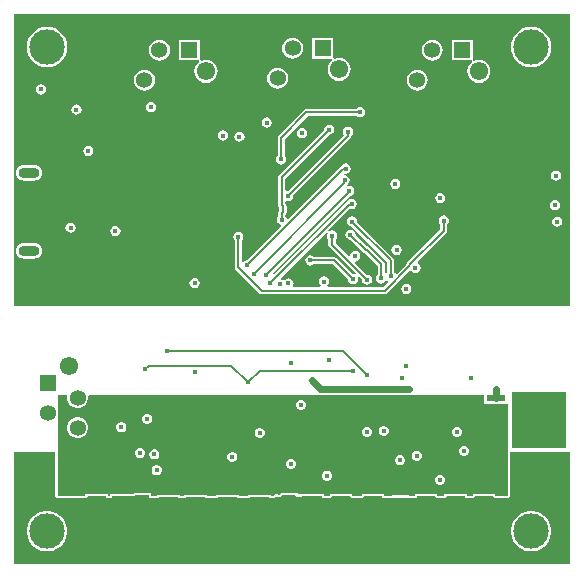
<source format=gbr>
%TF.GenerationSoftware,Altium Limited,Altium Designer,22.10.1 (41)*%
G04 Layer_Physical_Order=4*
G04 Layer_Color=16711680*
%FSLAX45Y45*%
%MOMM*%
%TF.SameCoordinates,5B9C486D-D5A6-494F-ABD5-4A95DA49E213*%
%TF.FilePolarity,Positive*%
%TF.FileFunction,Copper,L4,Bot,Signal*%
%TF.Part,Single*%
G01*
G75*
%TA.AperFunction,SMDPad,CuDef*%
%ADD14R,1.05000X0.95000*%
%TA.AperFunction,Conductor*%
%ADD33C,0.20000*%
%ADD34C,0.60000*%
%TA.AperFunction,WasherPad*%
%ADD38C,3.00000*%
%TA.AperFunction,ComponentPad*%
%ADD39O,1.80000X0.90000*%
%ADD40R,1.35800X1.35800*%
%ADD41C,1.35800*%
%ADD42C,1.55000*%
%ADD43R,1.35800X1.35800*%
%TA.AperFunction,ViaPad*%
%ADD44C,0.45000*%
%TA.AperFunction,SMDPad,CuDef*%
%ADD52R,1.50822X1.40574*%
%ADD53R,1.62000X0.60000*%
%ADD54R,4.58000X4.80000*%
G36*
X4729609Y2510000D02*
X20391D01*
Y4979609D01*
X4729609D01*
Y2510000D01*
D02*
G37*
G36*
X3998000Y1680500D02*
X4094075D01*
X4099000Y1679520D01*
X4100000D01*
X4104925Y1680500D01*
X4199999D01*
X4200000Y1667800D01*
Y900000D01*
X4095411D01*
Y917662D01*
X3904589D01*
Y900000D01*
X3855411D01*
Y917662D01*
X3664589D01*
Y900000D01*
X3605411D01*
Y917662D01*
X3414589D01*
Y900000D01*
X3362500D01*
Y905000D01*
X3217500D01*
Y900000D01*
X3155411D01*
Y917662D01*
X2964589D01*
Y900000D01*
X2885411D01*
Y917662D01*
X2694589D01*
Y900000D01*
X2645411D01*
Y917662D01*
X2454589D01*
Y917662D01*
X2441889Y911077D01*
X2438454Y912500D01*
X2422500D01*
Y925000D01*
X2277500D01*
Y918357D01*
X2264800Y909871D01*
X2258454Y912500D01*
X2241546D01*
X2225926Y906030D01*
X2219896Y900000D01*
X2195411D01*
Y907662D01*
X2004589D01*
Y900000D01*
X1925411D01*
Y907662D01*
X1734589D01*
Y900000D01*
X1655411D01*
Y907662D01*
X1464589D01*
Y900000D01*
X1425411D01*
Y907662D01*
X1234589D01*
Y900000D01*
X1182500D01*
Y925000D01*
X1037500D01*
Y919136D01*
X1025410Y917662D01*
Y917662D01*
X834589D01*
Y900000D01*
X815411D01*
Y917662D01*
X624589D01*
Y900000D01*
X390000D01*
Y1576873D01*
X393900Y1591428D01*
Y1614572D01*
X390000Y1629127D01*
Y1750000D01*
X465633D01*
X472100Y1741572D01*
Y1718428D01*
X478090Y1696072D01*
X489662Y1676028D01*
X506028Y1659663D01*
X526072Y1648090D01*
X548428Y1642100D01*
X571572D01*
X593928Y1648090D01*
X613972Y1659663D01*
X630337Y1676028D01*
X641910Y1696072D01*
X647900Y1718428D01*
Y1741572D01*
X654367Y1750000D01*
X3998000D01*
Y1680500D01*
D02*
G37*
G36*
X4729609Y320391D02*
X20391D01*
Y1270000D01*
X369608D01*
Y900000D01*
X371160Y892196D01*
X375581Y885581D01*
X382196Y881160D01*
X390000Y879608D01*
X624589D01*
X632393Y881160D01*
X639009Y885581D01*
X643429Y892196D01*
X644438Y897270D01*
X795562D01*
X796571Y892196D01*
X800992Y885581D01*
X807607Y881160D01*
X815411Y879608D01*
X834589D01*
X842393Y881160D01*
X849008Y885581D01*
X853429Y892196D01*
X854438Y897270D01*
X1025410D01*
X1026635Y897514D01*
X1027879Y897420D01*
X1039968Y898894D01*
X1042594Y899758D01*
X1043812Y900000D01*
X1045304Y900297D01*
X1046341Y900990D01*
X1047526Y901379D01*
X1049622Y903182D01*
X1051756Y904608D01*
X1162108D01*
Y900000D01*
X1163660Y892196D01*
X1168081Y885581D01*
X1174696Y881160D01*
X1182500Y879608D01*
X1234589D01*
X1242393Y881160D01*
X1249008Y885581D01*
X1250137Y887270D01*
X1409862D01*
X1410991Y885581D01*
X1417607Y881160D01*
X1425411Y879608D01*
X1464589D01*
X1472393Y881160D01*
X1479008Y885581D01*
X1480138Y887270D01*
X1639862D01*
X1640991Y885581D01*
X1647607Y881160D01*
X1655411Y879608D01*
X1734589D01*
X1742393Y881160D01*
X1749008Y885581D01*
X1750137Y887270D01*
X1909862D01*
X1910991Y885581D01*
X1917607Y881160D01*
X1925411Y879608D01*
X2004589D01*
X2012393Y881160D01*
X2019009Y885581D01*
X2020138Y887270D01*
X2179863D01*
X2180992Y885581D01*
X2187607Y881160D01*
X2195411Y879608D01*
X2219896D01*
X2227700Y881160D01*
X2234316Y885581D01*
X2237477Y888742D01*
X2240514Y890000D01*
X2245603Y892108D01*
X2254397D01*
X2256996Y891031D01*
X2258966Y890640D01*
X2260821Y889871D01*
X2262830D01*
X2264800Y889479D01*
X2266770Y889871D01*
X2268778D01*
X2269089Y890000D01*
X2270633Y890640D01*
X2272604Y891031D01*
X2274274Y892148D01*
X2276129Y892916D01*
X2288829Y901402D01*
X2290249Y902821D01*
X2291919Y903938D01*
X2292367Y904608D01*
X2403719D01*
X2408081Y898081D01*
X2414696Y893660D01*
X2422500Y892108D01*
X2434736D01*
X2434951Y892065D01*
X2435726Y891639D01*
X2438830Y891294D01*
X2441889Y890685D01*
X2442755Y890857D01*
X2443633Y890760D01*
X2446632Y891628D01*
X2449693Y892237D01*
X2450427Y892728D01*
X2451276Y892974D01*
X2459562Y897270D01*
X2625562D01*
X2626571Y892196D01*
X2630991Y885581D01*
X2637607Y881160D01*
X2645411Y879608D01*
X2694589D01*
X2702393Y881160D01*
X2709009Y885581D01*
X2711961Y890000D01*
X2713429Y892196D01*
X2714438Y897270D01*
X2865562D01*
X2866571Y892196D01*
X2870991Y885581D01*
X2877607Y881160D01*
X2885411Y879608D01*
X2964589D01*
X2972393Y881160D01*
X2979009Y885581D01*
X2983429Y892196D01*
X2984438Y897270D01*
X3135562D01*
X3136571Y892196D01*
X3140991Y885581D01*
X3147607Y881160D01*
X3155411Y879608D01*
X3217500D01*
X3225304Y881160D01*
X3230464Y884608D01*
X3349536D01*
X3354696Y881160D01*
X3362500Y879608D01*
X3414589D01*
X3422393Y881160D01*
X3429009Y885581D01*
X3433429Y892196D01*
X3434438Y897270D01*
X3585562D01*
X3586571Y892196D01*
X3590992Y885581D01*
X3597607Y881160D01*
X3605411Y879608D01*
X3664589D01*
X3672393Y881160D01*
X3679009Y885581D01*
X3683429Y892196D01*
X3684438Y897270D01*
X3835562D01*
X3836571Y892196D01*
X3840992Y885581D01*
X3847607Y881160D01*
X3855411Y879608D01*
X3904589D01*
X3912393Y881160D01*
X3919008Y885581D01*
X3923429Y892196D01*
X3924438Y897270D01*
X4075562D01*
X4076571Y892196D01*
X4080991Y885581D01*
X4087607Y881160D01*
X4095411Y879608D01*
X4200000D01*
X4207804Y881160D01*
X4214419Y885581D01*
X4218840Y892196D01*
X4220392Y900000D01*
Y1270000D01*
X4729609D01*
Y320391D01*
D02*
G37*
%LPC*%
G36*
X2380000Y4778658D02*
X2357053Y4775637D01*
X2335671Y4766780D01*
X2317309Y4752691D01*
X2303220Y4734329D01*
X2294363Y4712947D01*
X2291342Y4690000D01*
X2294363Y4667053D01*
X2303220Y4645671D01*
X2317309Y4627309D01*
X2335671Y4613220D01*
X2357053Y4604363D01*
X2380000Y4601342D01*
X2402947Y4604363D01*
X2424329Y4613220D01*
X2442691Y4627309D01*
X2456780Y4645671D01*
X2465637Y4667053D01*
X2468659Y4690000D01*
X2465637Y4712947D01*
X2456780Y4734329D01*
X2442691Y4752691D01*
X2424329Y4766780D01*
X2402947Y4775637D01*
X2380000Y4778658D01*
D02*
G37*
G36*
X3563000Y4762658D02*
X3540053Y4759637D01*
X3518671Y4750780D01*
X3500309Y4736691D01*
X3486220Y4718329D01*
X3477363Y4696947D01*
X3474342Y4674000D01*
X3477363Y4651053D01*
X3486220Y4629671D01*
X3500309Y4611309D01*
X3518671Y4597220D01*
X3540053Y4588363D01*
X3563000Y4585342D01*
X3585947Y4588363D01*
X3607329Y4597220D01*
X3625691Y4611309D01*
X3639780Y4629671D01*
X3648637Y4651053D01*
X3651658Y4674000D01*
X3648637Y4696947D01*
X3639780Y4718329D01*
X3625691Y4736691D01*
X3607329Y4750780D01*
X3585947Y4759637D01*
X3563000Y4762658D01*
D02*
G37*
G36*
X1253000D02*
X1230053Y4759637D01*
X1208671Y4750780D01*
X1190309Y4736691D01*
X1176220Y4718329D01*
X1167363Y4696947D01*
X1164342Y4674000D01*
X1167363Y4651053D01*
X1176220Y4629671D01*
X1190309Y4611309D01*
X1208671Y4597220D01*
X1230053Y4588363D01*
X1253000Y4585342D01*
X1275947Y4588363D01*
X1297329Y4597220D01*
X1315691Y4611309D01*
X1329780Y4629671D01*
X1338637Y4651053D01*
X1341658Y4674000D01*
X1338637Y4696947D01*
X1329780Y4718329D01*
X1315691Y4736691D01*
X1297329Y4750780D01*
X1275947Y4759637D01*
X1253000Y4762658D01*
D02*
G37*
G36*
X4400000Y4870822D02*
X4366674Y4867540D01*
X4334629Y4857819D01*
X4305096Y4842033D01*
X4279210Y4820790D01*
X4257967Y4794904D01*
X4242181Y4765371D01*
X4232460Y4733326D01*
X4229178Y4700000D01*
X4232460Y4666674D01*
X4242181Y4634629D01*
X4257967Y4605096D01*
X4279210Y4579210D01*
X4305096Y4557966D01*
X4334629Y4542181D01*
X4366674Y4532460D01*
X4400000Y4529178D01*
X4433326Y4532460D01*
X4465371Y4542181D01*
X4494904Y4557966D01*
X4520790Y4579210D01*
X4542034Y4605096D01*
X4557819Y4634629D01*
X4567540Y4666674D01*
X4570822Y4700000D01*
X4567540Y4733326D01*
X4557819Y4765371D01*
X4542034Y4794904D01*
X4520790Y4820790D01*
X4494904Y4842033D01*
X4465371Y4857819D01*
X4433326Y4867540D01*
X4400000Y4870822D01*
D02*
G37*
G36*
X300000D02*
X266674Y4867540D01*
X234629Y4857819D01*
X205096Y4842033D01*
X179210Y4820790D01*
X157966Y4794904D01*
X142181Y4765371D01*
X132460Y4733326D01*
X129178Y4700000D01*
X132460Y4666674D01*
X142181Y4634629D01*
X157966Y4605096D01*
X179210Y4579210D01*
X205096Y4557966D01*
X234629Y4542181D01*
X266674Y4532460D01*
X300000Y4529178D01*
X333326Y4532460D01*
X365371Y4542181D01*
X394904Y4557966D01*
X420790Y4579210D01*
X442033Y4605096D01*
X457819Y4634629D01*
X467540Y4666674D01*
X470822Y4700000D01*
X467540Y4733326D01*
X457819Y4765371D01*
X442033Y4794904D01*
X420790Y4820790D01*
X394904Y4842033D01*
X365371Y4857819D01*
X333326Y4867540D01*
X300000Y4870822D01*
D02*
G37*
G36*
X2721900Y4777900D02*
X2546100D01*
Y4602100D01*
X2711520D01*
X2711589Y4602100D01*
X2711589D01*
X2713003Y4602100D01*
X2714659Y4597223D01*
X2714659Y4597223D01*
Y4597223D01*
D01*
X2711770Y4585145D01*
X2704462Y4579538D01*
X2688834Y4559171D01*
X2679010Y4535453D01*
X2675659Y4510000D01*
X2679010Y4484548D01*
X2688834Y4460830D01*
X2704462Y4440462D01*
X2724829Y4424834D01*
X2748547Y4415010D01*
X2774000Y4411659D01*
X2799453Y4415010D01*
X2823171Y4424834D01*
X2843538Y4440462D01*
X2859166Y4460830D01*
X2868990Y4484548D01*
X2872341Y4510000D01*
X2868990Y4535453D01*
X2859166Y4559171D01*
X2843538Y4579538D01*
X2823171Y4595166D01*
X2799453Y4604991D01*
X2774000Y4608341D01*
X2748547Y4604991D01*
X2736314Y4599923D01*
X2725502Y4604793D01*
X2725501Y4604793D01*
X2725501Y4604794D01*
D01*
X2721901Y4607699D01*
X2721900Y4611114D01*
Y4777900D01*
D02*
G37*
G36*
X3904900Y4761900D02*
X3729100D01*
Y4586100D01*
X3894520D01*
X3894589Y4586100D01*
X3894589D01*
X3896003Y4586100D01*
X3897659Y4581223D01*
X3897659Y4581224D01*
Y4581223D01*
D01*
X3894769Y4569145D01*
X3887462Y4563538D01*
X3871834Y4543171D01*
X3862010Y4519453D01*
X3858659Y4494000D01*
X3862010Y4468548D01*
X3871834Y4444830D01*
X3887462Y4424462D01*
X3907829Y4408834D01*
X3931547Y4399010D01*
X3957000Y4395659D01*
X3982453Y4399010D01*
X4006171Y4408834D01*
X4026538Y4424462D01*
X4042166Y4444830D01*
X4051990Y4468548D01*
X4055341Y4494000D01*
X4051990Y4519453D01*
X4042166Y4543171D01*
X4026538Y4563538D01*
X4006171Y4579166D01*
X3982453Y4588991D01*
X3957000Y4592341D01*
X3931547Y4588991D01*
X3919314Y4583923D01*
X3908501Y4588793D01*
X3908501Y4588793D01*
X3908501Y4588794D01*
D01*
X3904900Y4591699D01*
X3904900Y4595114D01*
Y4761900D01*
D02*
G37*
G36*
X1594900D02*
X1419100D01*
Y4586100D01*
X1584520D01*
X1584589Y4586100D01*
X1584589D01*
X1586003Y4586100D01*
X1587659Y4581223D01*
X1587659Y4581224D01*
Y4581223D01*
D01*
X1584769Y4569145D01*
X1577462Y4563538D01*
X1561834Y4543171D01*
X1552010Y4519453D01*
X1548659Y4494000D01*
X1552010Y4468548D01*
X1561834Y4444830D01*
X1577462Y4424462D01*
X1597829Y4408834D01*
X1621547Y4399010D01*
X1647000Y4395659D01*
X1672453Y4399010D01*
X1696171Y4408834D01*
X1716538Y4424462D01*
X1732166Y4444830D01*
X1741990Y4468548D01*
X1745341Y4494000D01*
X1741990Y4519453D01*
X1732166Y4543171D01*
X1716538Y4563538D01*
X1696171Y4579166D01*
X1672453Y4588991D01*
X1647000Y4592341D01*
X1621547Y4588991D01*
X1609314Y4583923D01*
X1598502Y4588793D01*
X1598501Y4588793D01*
X1598501Y4588794D01*
D01*
X1594901Y4591699D01*
X1594900Y4595114D01*
Y4761900D01*
D02*
G37*
G36*
X2253000Y4524658D02*
X2230053Y4521637D01*
X2208671Y4512780D01*
X2190309Y4498691D01*
X2176220Y4480329D01*
X2167363Y4458947D01*
X2164342Y4436000D01*
X2167363Y4413053D01*
X2176220Y4391671D01*
X2190309Y4373309D01*
X2208671Y4359220D01*
X2230053Y4350363D01*
X2253000Y4347342D01*
X2275947Y4350363D01*
X2297329Y4359220D01*
X2315691Y4373309D01*
X2329780Y4391671D01*
X2338637Y4413053D01*
X2341659Y4436000D01*
X2338637Y4458947D01*
X2329780Y4480329D01*
X2315691Y4498691D01*
X2297329Y4512780D01*
X2275947Y4521637D01*
X2253000Y4524658D01*
D02*
G37*
G36*
X3436000Y4508658D02*
X3413053Y4505637D01*
X3391671Y4496780D01*
X3373309Y4482691D01*
X3359220Y4464329D01*
X3350363Y4442947D01*
X3347342Y4420000D01*
X3350363Y4397053D01*
X3359220Y4375671D01*
X3373309Y4357309D01*
X3391671Y4343220D01*
X3413053Y4334363D01*
X3436000Y4331342D01*
X3458947Y4334363D01*
X3480329Y4343220D01*
X3498691Y4357309D01*
X3512780Y4375671D01*
X3521637Y4397053D01*
X3524658Y4420000D01*
X3521637Y4442947D01*
X3512780Y4464329D01*
X3498691Y4482691D01*
X3480329Y4496780D01*
X3458947Y4505637D01*
X3436000Y4508658D01*
D02*
G37*
G36*
X1126000D02*
X1103053Y4505637D01*
X1081671Y4496780D01*
X1063309Y4482691D01*
X1049220Y4464329D01*
X1040363Y4442947D01*
X1037342Y4420000D01*
X1040363Y4397053D01*
X1049220Y4375671D01*
X1063309Y4357309D01*
X1081671Y4343220D01*
X1103053Y4334363D01*
X1126000Y4331342D01*
X1148947Y4334363D01*
X1170329Y4343220D01*
X1188691Y4357309D01*
X1202780Y4375671D01*
X1211637Y4397053D01*
X1214658Y4420000D01*
X1211637Y4442947D01*
X1202780Y4464329D01*
X1188691Y4482691D01*
X1170329Y4496780D01*
X1148947Y4505637D01*
X1126000Y4508658D01*
D02*
G37*
G36*
X250000Y4383332D02*
X233417Y4380034D01*
X219359Y4370640D01*
X209966Y4356583D01*
X206668Y4340000D01*
X209966Y4323417D01*
X219359Y4309359D01*
X233417Y4299966D01*
X250000Y4296668D01*
X266583Y4299966D01*
X280641Y4309359D01*
X290034Y4323417D01*
X293332Y4340000D01*
X290034Y4356583D01*
X280641Y4370640D01*
X266583Y4380034D01*
X250000Y4383332D01*
D02*
G37*
G36*
X2950000Y4190832D02*
X2933417Y4187534D01*
X2919359Y4178140D01*
X2919324Y4178088D01*
X2497501D01*
X2497500Y4178088D01*
X2485795Y4175759D01*
X2475871Y4169129D01*
X2475871Y4169128D01*
X2261625Y3954883D01*
X2254994Y3944959D01*
X2252666Y3933254D01*
X2252666Y3933252D01*
Y3778176D01*
X2252613Y3778141D01*
X2243220Y3764083D01*
X2239921Y3747500D01*
X2243220Y3730917D01*
X2252613Y3716859D01*
X2266671Y3707466D01*
X2283254Y3704168D01*
X2299836Y3707466D01*
X2313894Y3716859D01*
X2323288Y3730917D01*
X2326586Y3747500D01*
X2323288Y3764083D01*
X2313894Y3778141D01*
X2313841Y3778176D01*
Y3920584D01*
X2510170Y4116912D01*
X2919324D01*
X2919359Y4116859D01*
X2933417Y4107466D01*
X2950000Y4104168D01*
X2966583Y4107466D01*
X2980640Y4116859D01*
X2990034Y4130917D01*
X2993332Y4147500D01*
X2990034Y4164083D01*
X2980640Y4178140D01*
X2966583Y4187534D01*
X2950000Y4190832D01*
D02*
G37*
G36*
X1180000Y4233332D02*
X1163417Y4230034D01*
X1149359Y4220641D01*
X1139966Y4206583D01*
X1136668Y4190000D01*
X1139966Y4173417D01*
X1149359Y4159359D01*
X1163417Y4149966D01*
X1180000Y4146668D01*
X1196583Y4149966D01*
X1210640Y4159359D01*
X1220034Y4173417D01*
X1223332Y4190000D01*
X1220034Y4206583D01*
X1210640Y4220641D01*
X1196583Y4230034D01*
X1180000Y4233332D01*
D02*
G37*
G36*
X550000Y4213332D02*
X533417Y4210034D01*
X519359Y4200641D01*
X509966Y4186583D01*
X506668Y4170000D01*
X509966Y4153417D01*
X519359Y4139360D01*
X533417Y4129966D01*
X550000Y4126668D01*
X566583Y4129966D01*
X580640Y4139360D01*
X590034Y4153417D01*
X593332Y4170000D01*
X590034Y4186583D01*
X580640Y4200641D01*
X566583Y4210034D01*
X550000Y4213332D01*
D02*
G37*
G36*
X2160000Y4103332D02*
X2143417Y4100034D01*
X2129359Y4090641D01*
X2119966Y4076583D01*
X2116668Y4060000D01*
X2119966Y4043417D01*
X2129359Y4029359D01*
X2143417Y4019966D01*
X2160000Y4016668D01*
X2176583Y4019966D01*
X2190641Y4029359D01*
X2200034Y4043417D01*
X2203332Y4060000D01*
X2200034Y4076583D01*
X2190641Y4090641D01*
X2176583Y4100034D01*
X2160000Y4103332D01*
D02*
G37*
G36*
X2460000Y4013332D02*
X2443417Y4010034D01*
X2429359Y4000640D01*
X2419966Y3986583D01*
X2416668Y3970000D01*
X2419966Y3953417D01*
X2429359Y3939359D01*
X2443417Y3929966D01*
X2460000Y3926668D01*
X2476583Y3929966D01*
X2490640Y3939359D01*
X2500034Y3953417D01*
X2503332Y3970000D01*
X2500034Y3986583D01*
X2490640Y4000640D01*
X2476583Y4010034D01*
X2460000Y4013332D01*
D02*
G37*
G36*
X1790000Y3993332D02*
X1773417Y3990034D01*
X1759359Y3980641D01*
X1749966Y3966583D01*
X1746668Y3950000D01*
X1749966Y3933417D01*
X1759359Y3919359D01*
X1773417Y3909966D01*
X1790000Y3906668D01*
X1806583Y3909966D01*
X1820641Y3919359D01*
X1830034Y3933417D01*
X1833332Y3950000D01*
X1830034Y3966583D01*
X1820641Y3980641D01*
X1806583Y3990034D01*
X1790000Y3993332D01*
D02*
G37*
G36*
X1930000Y3983332D02*
X1913417Y3980034D01*
X1899359Y3970641D01*
X1889966Y3956583D01*
X1886668Y3940000D01*
X1889966Y3923417D01*
X1899359Y3909359D01*
X1913417Y3899966D01*
X1930000Y3896668D01*
X1946583Y3899966D01*
X1960640Y3909359D01*
X1970034Y3923417D01*
X1973332Y3940000D01*
X1970034Y3956583D01*
X1960640Y3970641D01*
X1946583Y3980034D01*
X1930000Y3983332D01*
D02*
G37*
G36*
X650000Y3863332D02*
X633417Y3860034D01*
X619359Y3850641D01*
X609966Y3836583D01*
X606668Y3820000D01*
X609966Y3803417D01*
X619359Y3789359D01*
X633417Y3779966D01*
X650000Y3776668D01*
X666583Y3779966D01*
X680640Y3789359D01*
X690034Y3803417D01*
X693332Y3820000D01*
X690034Y3836583D01*
X680640Y3850641D01*
X666583Y3860034D01*
X650000Y3863332D01*
D02*
G37*
G36*
X2690000Y4043332D02*
X2673417Y4040034D01*
X2659359Y4030640D01*
X2649966Y4016583D01*
X2646668Y4000000D01*
X2646680Y3999938D01*
X2265871Y3619129D01*
X2259241Y3609205D01*
X2256912Y3597500D01*
X2256912Y3597499D01*
Y3363384D01*
X2256912Y3363383D01*
X2259241Y3351677D01*
X2265871Y3341754D01*
X2267289Y3340336D01*
Y3313047D01*
X2266248Y3312006D01*
X2259618Y3302083D01*
X2257289Y3290377D01*
X2257289Y3290376D01*
Y3268553D01*
X2257236Y3268517D01*
X2247843Y3254460D01*
X2244544Y3237877D01*
X2247843Y3221294D01*
X2257236Y3207236D01*
X2271294Y3197843D01*
X2275741Y3196958D01*
X2279922Y3183178D01*
X1990058Y2893314D01*
X1989996Y2893327D01*
X1973413Y2890028D01*
X1963288Y2883262D01*
X1950588Y2888633D01*
Y3059324D01*
X1950640Y3059359D01*
X1960034Y3073417D01*
X1963332Y3090000D01*
X1960034Y3106583D01*
X1950640Y3120640D01*
X1936583Y3130034D01*
X1920000Y3133332D01*
X1903417Y3130034D01*
X1889359Y3120640D01*
X1879966Y3106583D01*
X1876668Y3090000D01*
X1879966Y3073417D01*
X1889359Y3059359D01*
X1889412Y3059324D01*
Y2835755D01*
X1889412Y2835754D01*
X1891741Y2824048D01*
X1898371Y2814125D01*
X2096625Y2615871D01*
X2106548Y2609241D01*
X2118254Y2606912D01*
X2118255Y2606912D01*
X3161745D01*
X3161746Y2606912D01*
X3173451Y2609241D01*
X3183375Y2615871D01*
X3373271Y2805767D01*
X3385910Y2804522D01*
X3389359Y2799359D01*
X3403417Y2789966D01*
X3420000Y2786668D01*
X3436583Y2789966D01*
X3450641Y2799359D01*
X3460034Y2813417D01*
X3463332Y2830000D01*
X3460034Y2846583D01*
X3450641Y2860640D01*
X3442831Y2865859D01*
X3440274Y2881263D01*
X3681629Y3122617D01*
X3688259Y3132541D01*
X3690588Y3144246D01*
X3690588Y3144247D01*
Y3199324D01*
X3690641Y3199359D01*
X3700034Y3213417D01*
X3703332Y3230000D01*
X3700034Y3246583D01*
X3690641Y3260640D01*
X3676583Y3270034D01*
X3660000Y3273332D01*
X3643417Y3270034D01*
X3629360Y3260640D01*
X3619966Y3246583D01*
X3616668Y3230000D01*
X3619966Y3213417D01*
X3629360Y3199359D01*
X3629412Y3199324D01*
Y3156916D01*
X3345871Y2873375D01*
X3339241Y2863451D01*
X3337949Y2856961D01*
X3261263Y2780274D01*
X3245859Y2782831D01*
X3240640Y2790641D01*
X3240588Y2790676D01*
Y2894246D01*
X3238259Y2905952D01*
X3231629Y2915875D01*
X3231628Y2915876D01*
X2925443Y3222061D01*
X2925455Y3222123D01*
X2922157Y3238706D01*
X2912764Y3252764D01*
X2898706Y3262157D01*
X2882123Y3265455D01*
X2865540Y3262157D01*
X2851482Y3252764D01*
X2842089Y3238706D01*
X2838791Y3222123D01*
X2842089Y3205540D01*
X2851482Y3191483D01*
X2865540Y3182089D01*
X2882123Y3178791D01*
X2882185Y3178803D01*
X3179412Y2881576D01*
Y2791706D01*
X3173288Y2785675D01*
X3160588Y2790179D01*
Y2859999D01*
X3160588Y2860000D01*
X3158259Y2871705D01*
X3151629Y2881629D01*
X3151628Y2881629D01*
X3029021Y3004237D01*
X3019097Y3010867D01*
X3010724Y3012533D01*
X2913320Y3109938D01*
X2913333Y3110000D01*
X2910034Y3126583D01*
X2900641Y3140640D01*
X2886583Y3150034D01*
X2870000Y3153332D01*
X2853417Y3150034D01*
X2839360Y3140640D01*
X2829966Y3126583D01*
X2826668Y3110000D01*
X2829966Y3093417D01*
X2839360Y3079359D01*
X2853417Y3069966D01*
X2870000Y3066667D01*
X2870062Y3066680D01*
X2975762Y2960980D01*
X2975763Y2960979D01*
X2985686Y2954349D01*
X2994059Y2952683D01*
X3099412Y2847330D01*
Y2770676D01*
X3099359Y2770641D01*
X3089966Y2756583D01*
X3086667Y2740000D01*
X3089966Y2723417D01*
X3099359Y2709360D01*
X3113417Y2699966D01*
X3130000Y2696668D01*
X3146582Y2699966D01*
X3160640Y2709360D01*
X3165974Y2717342D01*
X3180855Y2720840D01*
X3183692Y2718938D01*
X3185337Y2704348D01*
X3149076Y2668088D01*
X2676181D01*
X2672329Y2680788D01*
X2676455Y2683545D01*
X2685848Y2697603D01*
X2689147Y2714185D01*
X2685848Y2730768D01*
X2676455Y2744826D01*
X2662397Y2754219D01*
X2645814Y2757518D01*
X2629232Y2754219D01*
X2615174Y2744826D01*
X2605780Y2730768D01*
X2602482Y2714185D01*
X2605780Y2697603D01*
X2615174Y2683545D01*
X2619300Y2680788D01*
X2615447Y2668088D01*
X2389915D01*
X2383928Y2679288D01*
X2384982Y2680865D01*
X2388280Y2697448D01*
X2384982Y2714030D01*
X2375588Y2728088D01*
X2361530Y2737482D01*
X2344948Y2740780D01*
X2328365Y2737482D01*
X2314307Y2728088D01*
X2312041Y2724697D01*
X2296089Y2723682D01*
X2286583Y2730034D01*
X2282137Y2730918D01*
X2277957Y2744699D01*
X2667337Y3134078D01*
X2677201Y3125982D01*
X2672843Y3119460D01*
X2669545Y3102877D01*
X2672843Y3086294D01*
X2682236Y3072236D01*
X2682289Y3072201D01*
Y3027124D01*
X2682289Y3027123D01*
X2684618Y3015418D01*
X2691248Y3005494D01*
X2914424Y2782319D01*
X2906328Y2772454D01*
X2906208Y2772534D01*
X2889625Y2775833D01*
X2889562Y2775820D01*
X2751254Y2914129D01*
X2741331Y2920759D01*
X2729625Y2923088D01*
X2729624Y2923088D01*
X2560444D01*
X2560409Y2923140D01*
X2546351Y2932534D01*
X2529768Y2935832D01*
X2513186Y2932534D01*
X2499128Y2923140D01*
X2489734Y2909083D01*
X2486436Y2892500D01*
X2489734Y2875917D01*
X2499128Y2861859D01*
X2513186Y2852466D01*
X2529768Y2849168D01*
X2546351Y2852466D01*
X2560409Y2861859D01*
X2560444Y2861912D01*
X2716955D01*
X2846305Y2732563D01*
X2846293Y2732500D01*
X2849591Y2715918D01*
X2858984Y2701860D01*
X2873042Y2692466D01*
X2889625Y2689168D01*
X2906208Y2692466D01*
X2920265Y2701860D01*
X2929659Y2715918D01*
X2932957Y2732500D01*
X2929659Y2749083D01*
X2929579Y2749203D01*
X2939443Y2757299D01*
X2966680Y2730062D01*
X2966668Y2730000D01*
X2969966Y2713417D01*
X2979360Y2699359D01*
X2993417Y2689966D01*
X3010000Y2686667D01*
X3026583Y2689966D01*
X3040641Y2699359D01*
X3050034Y2713417D01*
X3053332Y2730000D01*
X3050034Y2746583D01*
X3040641Y2760640D01*
X3026583Y2770034D01*
X3010000Y2773332D01*
X3009938Y2773320D01*
X2908793Y2874464D01*
X2909036Y2876922D01*
X2913796Y2887422D01*
X2926583Y2889966D01*
X2940641Y2899359D01*
X2950034Y2913417D01*
X2953332Y2930000D01*
X2950034Y2946583D01*
X2940641Y2960641D01*
X2926583Y2970034D01*
X2910000Y2973332D01*
X2893417Y2970034D01*
X2879359Y2960641D01*
X2869966Y2946583D01*
X2867423Y2933796D01*
X2856922Y2929036D01*
X2854464Y2928793D01*
X2743465Y3039793D01*
Y3072201D01*
X2743518Y3072236D01*
X2752911Y3086294D01*
X2756209Y3102877D01*
X2752911Y3119460D01*
X2743518Y3133517D01*
X2729460Y3142911D01*
X2712877Y3146209D01*
X2696294Y3142911D01*
X2689772Y3138553D01*
X2681676Y3148417D01*
X2863302Y3330043D01*
X2863417Y3329966D01*
X2880000Y3326668D01*
X2896582Y3329966D01*
X2910640Y3339360D01*
X2920034Y3353417D01*
X2923332Y3370000D01*
X2920034Y3386583D01*
X2910640Y3400641D01*
X2896582Y3410034D01*
X2880000Y3413333D01*
X2863417Y3410034D01*
X2849359Y3400641D01*
X2844734Y3393719D01*
X2843512Y3393476D01*
X2833589Y3386846D01*
X2221992Y2775249D01*
X2208826Y2780043D01*
X2208784Y2780526D01*
X2866148Y3437891D01*
X2876583Y3439966D01*
X2890640Y3449359D01*
X2900034Y3463417D01*
X2903332Y3480000D01*
X2900034Y3496583D01*
X2890640Y3510640D01*
X2876583Y3520034D01*
X2860000Y3523332D01*
X2850715Y3521485D01*
X2843078Y3532915D01*
X2843476Y3533511D01*
X2843719Y3534735D01*
X2850640Y3539359D01*
X2860034Y3553417D01*
X2863332Y3570000D01*
X2860034Y3586583D01*
X2850640Y3600641D01*
X2836583Y3610034D01*
X2821919Y3612951D01*
X2817852Y3619334D01*
X2815673Y3625421D01*
X2818529Y3628949D01*
X2830000Y3626668D01*
X2846583Y3629966D01*
X2860640Y3639359D01*
X2870034Y3653417D01*
X2873332Y3670000D01*
X2870034Y3686583D01*
X2860640Y3700641D01*
X2846583Y3710034D01*
X2830000Y3713332D01*
X2813417Y3710034D01*
X2799359Y3700641D01*
X2794735Y3693719D01*
X2793513Y3693476D01*
X2783589Y3686846D01*
X2783589Y3686845D01*
X2342576Y3245832D01*
X2328795Y3250012D01*
X2327911Y3254460D01*
X2319655Y3266815D01*
X2319506Y3278749D01*
X2326136Y3288672D01*
X2328465Y3300377D01*
X2328464Y3300379D01*
Y3353006D01*
X2326136Y3364711D01*
X2319506Y3374635D01*
X2319505Y3374635D01*
X2318088Y3376052D01*
Y3389416D01*
X2330788Y3398500D01*
X2340000Y3396668D01*
X2356583Y3399966D01*
X2370640Y3409359D01*
X2380034Y3423417D01*
X2383332Y3440000D01*
X2383320Y3440062D01*
X2869505Y3926247D01*
X2869506Y3926248D01*
X2876136Y3936171D01*
X2878464Y3947877D01*
Y3947905D01*
X2880640Y3949359D01*
X2890034Y3963417D01*
X2893332Y3980000D01*
X2890034Y3996583D01*
X2880640Y4010640D01*
X2866583Y4020034D01*
X2850000Y4023332D01*
X2833417Y4020034D01*
X2819359Y4010640D01*
X2809966Y3996583D01*
X2806667Y3980000D01*
X2809966Y3963417D01*
X2814049Y3957307D01*
X2340062Y3483320D01*
X2340000Y3483332D01*
X2330788Y3481500D01*
X2318088Y3490584D01*
Y3584830D01*
X2689938Y3956680D01*
X2690000Y3956667D01*
X2706583Y3959966D01*
X2720640Y3969359D01*
X2730034Y3983417D01*
X2733332Y4000000D01*
X2730034Y4016583D01*
X2720640Y4030640D01*
X2706583Y4040034D01*
X2690000Y4043332D01*
D02*
G37*
G36*
X194640Y3699428D02*
X104640D01*
X87672Y3697194D01*
X71860Y3690644D01*
X58282Y3680226D01*
X47863Y3666648D01*
X41313Y3650836D01*
X39079Y3633867D01*
X41313Y3616899D01*
X47863Y3601087D01*
X58282Y3587509D01*
X71860Y3577090D01*
X87672Y3570540D01*
X104640Y3568307D01*
X194640D01*
X211608Y3570540D01*
X227420Y3577090D01*
X240998Y3587509D01*
X251417Y3601087D01*
X257967Y3616899D01*
X260201Y3633867D01*
X257967Y3650836D01*
X251417Y3666648D01*
X240998Y3680226D01*
X227420Y3690644D01*
X211608Y3697194D01*
X194640Y3699428D01*
D02*
G37*
G36*
X4610000Y3653332D02*
X4593417Y3650034D01*
X4579359Y3640640D01*
X4569966Y3626583D01*
X4566668Y3610000D01*
X4569966Y3593417D01*
X4579359Y3579359D01*
X4593417Y3569966D01*
X4610000Y3566667D01*
X4626583Y3569966D01*
X4640640Y3579359D01*
X4650034Y3593417D01*
X4653332Y3610000D01*
X4650034Y3626583D01*
X4640640Y3640640D01*
X4626583Y3650034D01*
X4610000Y3653332D01*
D02*
G37*
G36*
X3250000Y3583332D02*
X3233417Y3580034D01*
X3219360Y3570641D01*
X3209966Y3556583D01*
X3206668Y3540000D01*
X3209966Y3523417D01*
X3219360Y3509360D01*
X3233417Y3499966D01*
X3250000Y3496668D01*
X3266583Y3499966D01*
X3280641Y3509360D01*
X3290034Y3523417D01*
X3293333Y3540000D01*
X3290034Y3556583D01*
X3280641Y3570641D01*
X3266583Y3580034D01*
X3250000Y3583332D01*
D02*
G37*
G36*
X3630000Y3463332D02*
X3613417Y3460034D01*
X3599360Y3450641D01*
X3589966Y3436583D01*
X3586668Y3420000D01*
X3589966Y3403417D01*
X3599360Y3389359D01*
X3613417Y3379966D01*
X3630000Y3376668D01*
X3646583Y3379966D01*
X3660641Y3389359D01*
X3670034Y3403417D01*
X3673333Y3420000D01*
X3670034Y3436583D01*
X3660641Y3450641D01*
X3646583Y3460034D01*
X3630000Y3463332D01*
D02*
G37*
G36*
X4600000Y3403332D02*
X4583417Y3400034D01*
X4569359Y3390640D01*
X4559966Y3376583D01*
X4556668Y3360000D01*
X4559966Y3343417D01*
X4569359Y3329359D01*
X4583417Y3319966D01*
X4600000Y3316667D01*
X4616583Y3319966D01*
X4630640Y3329359D01*
X4640034Y3343417D01*
X4643332Y3360000D01*
X4640034Y3376583D01*
X4630640Y3390640D01*
X4616583Y3400034D01*
X4600000Y3403332D01*
D02*
G37*
G36*
X4620000Y3263332D02*
X4603417Y3260034D01*
X4589359Y3250640D01*
X4579966Y3236583D01*
X4576668Y3220000D01*
X4579966Y3203417D01*
X4589359Y3189359D01*
X4603417Y3179966D01*
X4620000Y3176668D01*
X4636583Y3179966D01*
X4650640Y3189359D01*
X4660034Y3203417D01*
X4663332Y3220000D01*
X4660034Y3236583D01*
X4650640Y3250640D01*
X4636583Y3260034D01*
X4620000Y3263332D01*
D02*
G37*
G36*
X500000Y3213332D02*
X483417Y3210034D01*
X469359Y3200641D01*
X459966Y3186583D01*
X456668Y3170000D01*
X459966Y3153417D01*
X469359Y3139359D01*
X483417Y3129966D01*
X500000Y3126668D01*
X516583Y3129966D01*
X530641Y3139359D01*
X540034Y3153417D01*
X543332Y3170000D01*
X540034Y3186583D01*
X530641Y3200641D01*
X516583Y3210034D01*
X500000Y3213332D01*
D02*
G37*
G36*
X880000Y3183332D02*
X863417Y3180034D01*
X849359Y3170641D01*
X839966Y3156583D01*
X836668Y3140000D01*
X839966Y3123417D01*
X849359Y3109360D01*
X863417Y3099966D01*
X880000Y3096668D01*
X896583Y3099966D01*
X910641Y3109360D01*
X920034Y3123417D01*
X923332Y3140000D01*
X920034Y3156583D01*
X910641Y3170641D01*
X896583Y3180034D01*
X880000Y3183332D01*
D02*
G37*
G36*
X3260000Y3023332D02*
X3243417Y3020034D01*
X3229360Y3010640D01*
X3219966Y2996583D01*
X3216668Y2980000D01*
X3219966Y2963417D01*
X3229360Y2949359D01*
X3243417Y2939966D01*
X3260000Y2936667D01*
X3276583Y2939966D01*
X3290641Y2949359D01*
X3300034Y2963417D01*
X3303332Y2980000D01*
X3300034Y2996583D01*
X3290641Y3010640D01*
X3276583Y3020034D01*
X3260000Y3023332D01*
D02*
G37*
G36*
X194640Y3039428D02*
X104640D01*
X87672Y3037194D01*
X71860Y3030644D01*
X58282Y3020225D01*
X47863Y3006648D01*
X41313Y2990836D01*
X39079Y2973867D01*
X41313Y2956899D01*
X47863Y2941087D01*
X58282Y2927509D01*
X71860Y2917090D01*
X87672Y2910540D01*
X104640Y2908306D01*
X194640D01*
X211608Y2910540D01*
X227420Y2917090D01*
X240998Y2927509D01*
X251417Y2941087D01*
X257967Y2956899D01*
X260201Y2973867D01*
X257967Y2990836D01*
X251417Y3006648D01*
X240998Y3020225D01*
X227420Y3030644D01*
X211608Y3037194D01*
X194640Y3039428D01*
D02*
G37*
G36*
X1550000Y2743332D02*
X1533417Y2740034D01*
X1519359Y2730640D01*
X1509966Y2716583D01*
X1506668Y2700000D01*
X1509966Y2683417D01*
X1519359Y2669359D01*
X1533417Y2659966D01*
X1550000Y2656668D01*
X1566583Y2659966D01*
X1580640Y2669359D01*
X1590034Y2683417D01*
X1593332Y2700000D01*
X1590034Y2716583D01*
X1580640Y2730640D01*
X1566583Y2740034D01*
X1550000Y2743332D01*
D02*
G37*
G36*
X3342500Y2693332D02*
X3325917Y2690034D01*
X3311860Y2680641D01*
X3302466Y2666583D01*
X3299168Y2650000D01*
X3302466Y2633417D01*
X3311860Y2619360D01*
X3325917Y2609966D01*
X3342500Y2606668D01*
X3359083Y2609966D01*
X3373141Y2619360D01*
X3382534Y2633417D01*
X3385832Y2650000D01*
X3382534Y2666583D01*
X3373141Y2680641D01*
X3359083Y2690034D01*
X3342500Y2693332D01*
D02*
G37*
G36*
X2458454Y1712500D02*
X2441546D01*
X2425926Y1706030D01*
X2413970Y1694074D01*
X2407500Y1678454D01*
Y1661546D01*
X2413970Y1645926D01*
X2425926Y1633970D01*
X2441546Y1627500D01*
X2458454D01*
X2474074Y1633970D01*
X2486030Y1645926D01*
X2492500Y1661546D01*
Y1678454D01*
X2486030Y1694074D01*
X2474074Y1706030D01*
X2458454Y1712500D01*
D02*
G37*
G36*
X1158454Y1592500D02*
X1141546D01*
X1125926Y1586030D01*
X1113970Y1574074D01*
X1107500Y1558454D01*
Y1541546D01*
X1113970Y1525926D01*
X1125926Y1513970D01*
X1141546Y1507500D01*
X1158454D01*
X1174074Y1513970D01*
X1186030Y1525926D01*
X1192500Y1541546D01*
Y1558454D01*
X1186030Y1574074D01*
X1174074Y1586030D01*
X1158454Y1592500D01*
D02*
G37*
G36*
X938454Y1522500D02*
X921546D01*
X905926Y1516030D01*
X893970Y1504074D01*
X887500Y1488454D01*
Y1471546D01*
X893970Y1455926D01*
X905926Y1443970D01*
X921546Y1437500D01*
X938454D01*
X954074Y1443970D01*
X966030Y1455926D01*
X972500Y1471546D01*
Y1488454D01*
X966030Y1504074D01*
X954074Y1516030D01*
X938454Y1522500D01*
D02*
G37*
G36*
X3158454Y1492500D02*
X3141546D01*
X3125926Y1486030D01*
X3113970Y1474074D01*
X3107500Y1458454D01*
Y1441546D01*
X3113970Y1425926D01*
X3125926Y1413970D01*
X3141546Y1407500D01*
X3158454D01*
X3174074Y1413970D01*
X3186030Y1425926D01*
X3192500Y1441546D01*
Y1458454D01*
X3186030Y1474074D01*
X3174074Y1486030D01*
X3158454Y1492500D01*
D02*
G37*
G36*
X3778454Y1482500D02*
X3761546D01*
X3745926Y1476030D01*
X3733970Y1464074D01*
X3727500Y1448454D01*
Y1431546D01*
X3733970Y1415926D01*
X3745926Y1403970D01*
X3761546Y1397500D01*
X3778454D01*
X3794074Y1403970D01*
X3806030Y1415926D01*
X3812500Y1431546D01*
Y1448454D01*
X3806030Y1464074D01*
X3794074Y1476030D01*
X3778454Y1482500D01*
D02*
G37*
G36*
X3018454D02*
X3001546D01*
X2985926Y1476030D01*
X2973970Y1464074D01*
X2967500Y1448454D01*
Y1431546D01*
X2973970Y1415926D01*
X2985926Y1403970D01*
X3001546Y1397500D01*
X3018454D01*
X3034074Y1403970D01*
X3046030Y1415926D01*
X3052500Y1431546D01*
Y1448454D01*
X3046030Y1464074D01*
X3034074Y1476030D01*
X3018454Y1482500D01*
D02*
G37*
G36*
X571572Y1563900D02*
X548428D01*
X526072Y1557910D01*
X506028Y1546338D01*
X489662Y1529972D01*
X478090Y1509928D01*
X472100Y1487572D01*
Y1464428D01*
X478090Y1442072D01*
X489662Y1422028D01*
X506028Y1405663D01*
X526072Y1394090D01*
X548428Y1388100D01*
X571572D01*
X593928Y1394090D01*
X613972Y1405663D01*
X630337Y1422028D01*
X641910Y1442072D01*
X647900Y1464428D01*
Y1487572D01*
X641910Y1509928D01*
X630337Y1529972D01*
X613972Y1546338D01*
X593928Y1557910D01*
X571572Y1563900D01*
D02*
G37*
G36*
X2108454Y1472500D02*
X2091546D01*
X2075926Y1466030D01*
X2063970Y1454074D01*
X2057500Y1438454D01*
Y1421546D01*
X2063970Y1405926D01*
X2075926Y1393970D01*
X2091546Y1387500D01*
X2108454D01*
X2124074Y1393970D01*
X2136030Y1405926D01*
X2142500Y1421546D01*
Y1438454D01*
X2136030Y1454074D01*
X2124074Y1466030D01*
X2108454Y1472500D01*
D02*
G37*
G36*
X3838454Y1322500D02*
X3821546D01*
X3805926Y1316030D01*
X3793970Y1304074D01*
X3787500Y1288454D01*
Y1271546D01*
X3793970Y1255926D01*
X3805926Y1243970D01*
X3821546Y1237500D01*
X3838454D01*
X3854074Y1243970D01*
X3866030Y1255926D01*
X3872500Y1271546D01*
Y1288454D01*
X3866030Y1304074D01*
X3854074Y1316030D01*
X3838454Y1322500D01*
D02*
G37*
G36*
X1098454Y1302500D02*
X1081546D01*
X1065926Y1296030D01*
X1053970Y1284074D01*
X1047500Y1268454D01*
Y1251546D01*
X1053970Y1235926D01*
X1065926Y1223970D01*
X1081546Y1217500D01*
X1098454D01*
X1114074Y1223970D01*
X1126030Y1235926D01*
X1132500Y1251546D01*
Y1268454D01*
X1126030Y1284074D01*
X1114074Y1296030D01*
X1098454Y1302500D01*
D02*
G37*
G36*
X1218454Y1292500D02*
X1201546D01*
X1185926Y1286030D01*
X1173970Y1274074D01*
X1167500Y1258454D01*
Y1241546D01*
X1173970Y1225926D01*
X1185926Y1213970D01*
X1201546Y1207500D01*
X1218454D01*
X1234074Y1213970D01*
X1246030Y1225926D01*
X1252500Y1241546D01*
Y1258454D01*
X1246030Y1274074D01*
X1234074Y1286030D01*
X1218454Y1292500D01*
D02*
G37*
G36*
X3438447Y1282497D02*
X3421540D01*
X3405919Y1276027D01*
X3393963Y1264072D01*
X3387493Y1248451D01*
Y1231544D01*
X3393963Y1215923D01*
X3405919Y1203968D01*
X3421540Y1197498D01*
X3438447D01*
X3454067Y1203968D01*
X3466023Y1215923D01*
X3472493Y1231544D01*
Y1248451D01*
X3466023Y1264072D01*
X3454067Y1276027D01*
X3438447Y1282497D01*
D02*
G37*
G36*
X1878454Y1272500D02*
X1861546D01*
X1845926Y1266030D01*
X1833970Y1254074D01*
X1827500Y1238454D01*
Y1221546D01*
X1833970Y1205926D01*
X1845926Y1193970D01*
X1861546Y1187500D01*
X1878454D01*
X1894074Y1193970D01*
X1906030Y1205926D01*
X1912500Y1221546D01*
Y1238454D01*
X1906030Y1254074D01*
X1894074Y1266030D01*
X1878454Y1272500D01*
D02*
G37*
G36*
X3298454Y1242500D02*
X3281546D01*
X3265926Y1236030D01*
X3253970Y1224074D01*
X3247500Y1208454D01*
Y1191546D01*
X3253970Y1175926D01*
X3265926Y1163970D01*
X3281546Y1157500D01*
X3298454D01*
X3314074Y1163970D01*
X3326030Y1175926D01*
X3332500Y1191546D01*
Y1208454D01*
X3326030Y1224074D01*
X3314074Y1236030D01*
X3298454Y1242500D01*
D02*
G37*
G36*
X2375954Y1212500D02*
X2359046D01*
X2343426Y1206030D01*
X2331470Y1194074D01*
X2325000Y1178454D01*
Y1161546D01*
X2331470Y1145926D01*
X2343426Y1133970D01*
X2359046Y1127500D01*
X2375954D01*
X2391574Y1133970D01*
X2403530Y1145926D01*
X2410000Y1161546D01*
Y1178454D01*
X2403530Y1194074D01*
X2391574Y1206030D01*
X2375954Y1212500D01*
D02*
G37*
G36*
X1237109Y1157911D02*
X1220201D01*
X1204581Y1151441D01*
X1192625Y1139485D01*
X1186155Y1123865D01*
Y1106958D01*
X1192625Y1091337D01*
X1204581Y1079382D01*
X1220201Y1072911D01*
X1237109D01*
X1252729Y1079382D01*
X1264685Y1091337D01*
X1271155Y1106958D01*
Y1123865D01*
X1264685Y1139485D01*
X1252729Y1151441D01*
X1237109Y1157911D01*
D02*
G37*
G36*
X2678454Y1112500D02*
X2661546D01*
X2645926Y1106030D01*
X2633970Y1094074D01*
X2627500Y1078454D01*
Y1061546D01*
X2633970Y1045926D01*
X2645926Y1033970D01*
X2661546Y1027500D01*
X2678454D01*
X2694074Y1033970D01*
X2706030Y1045926D01*
X2712500Y1061546D01*
Y1078454D01*
X2706030Y1094074D01*
X2694074Y1106030D01*
X2678454Y1112500D01*
D02*
G37*
G36*
X3636365Y1077500D02*
X3619458D01*
X3603837Y1071030D01*
X3591882Y1059074D01*
X3585411Y1043454D01*
Y1026546D01*
X3591882Y1010926D01*
X3603837Y998970D01*
X3619458Y992500D01*
X3636365D01*
X3651985Y998970D01*
X3663941Y1010926D01*
X3670411Y1026546D01*
Y1043454D01*
X3663941Y1059074D01*
X3651985Y1071030D01*
X3636365Y1077500D01*
D02*
G37*
G36*
X4416744Y770000D02*
X4383257D01*
X4350413Y763467D01*
X4319475Y750652D01*
X4291631Y732048D01*
X4267953Y708369D01*
X4249348Y680525D01*
X4236533Y649587D01*
X4230000Y616743D01*
Y583257D01*
X4236533Y550413D01*
X4249348Y519475D01*
X4267953Y491631D01*
X4291631Y467953D01*
X4319475Y449348D01*
X4350413Y436533D01*
X4383257Y430000D01*
X4416744D01*
X4449587Y436533D01*
X4480525Y449348D01*
X4508369Y467953D01*
X4532048Y491631D01*
X4550652Y519475D01*
X4563467Y550413D01*
X4570000Y583257D01*
Y616743D01*
X4563467Y649587D01*
X4550652Y680525D01*
X4532048Y708369D01*
X4508369Y732048D01*
X4480525Y750652D01*
X4449587Y763467D01*
X4416744Y770000D01*
D02*
G37*
G36*
X316743D02*
X283256D01*
X250413Y763467D01*
X219475Y750652D01*
X191631Y732048D01*
X167952Y708369D01*
X149348Y680525D01*
X136533Y649587D01*
X130000Y616743D01*
Y583257D01*
X136533Y550413D01*
X149348Y519475D01*
X167952Y491631D01*
X191631Y467953D01*
X219475Y449348D01*
X250413Y436533D01*
X283256Y430000D01*
X316743D01*
X349587Y436533D01*
X380525Y449348D01*
X408369Y467953D01*
X432047Y491631D01*
X450652Y519475D01*
X463467Y550413D01*
X470000Y583257D01*
Y616743D01*
X463467Y649587D01*
X450652Y680525D01*
X432047Y708369D01*
X408369Y732048D01*
X380525Y750652D01*
X349587Y763467D01*
X316743Y770000D01*
D02*
G37*
%LPD*%
D14*
X2350000Y1002500D02*
D03*
Y857500D02*
D03*
X3290000Y837500D02*
D03*
Y982500D02*
D03*
X1110000Y857500D02*
D03*
Y1002500D02*
D03*
D33*
X2283254Y3933254D02*
X2497500Y4147500D01*
X2283254Y3747500D02*
Y3933254D01*
X2287500Y3597500D02*
X2690000Y4000000D01*
X2287500Y3363383D02*
Y3597500D01*
X2847877Y3977877D02*
X2850000Y3980000D01*
X2847877Y3947877D02*
Y3977877D01*
X2340000Y3440000D02*
X2847877Y3947877D01*
X2497500Y4147500D02*
X2950000D01*
X2287877Y3290377D02*
X2297877Y3300377D01*
X2287877Y3237877D02*
Y3290377D01*
X2297877Y3300377D02*
Y3353006D01*
X2997392Y2982608D02*
X3007392D01*
X2870000Y3110000D02*
X2997392Y2982608D01*
X3007392D02*
X3130000Y2860000D01*
Y2740000D02*
Y2860000D01*
X2712877Y3027123D02*
Y3102877D01*
X3210000Y2760000D02*
Y2894246D01*
X2882123Y3222123D02*
X3210000Y2894246D01*
X2712877Y3027123D02*
X3010000Y2730000D01*
X2287500Y3363383D02*
X2297877Y3353006D01*
X1162500Y2002500D02*
X1857500D01*
X1130000Y1970000D02*
X1162500Y2002500D01*
X1857500D02*
X2000000Y1860000D01*
X2100000Y1960000D02*
X2890000D01*
X2000000Y1860000D02*
X2100000Y1960000D01*
X2802500Y2130000D02*
X3010000Y1922500D01*
X3660000Y3144246D02*
Y3230000D01*
X3161746Y2637500D02*
X3367500Y2843254D01*
Y2851746D02*
X3660000Y3144246D01*
X2118254Y2637500D02*
X3161746D01*
X3367500Y2843254D02*
Y2851746D01*
X1920000Y2835754D02*
X2118254Y2637500D01*
X1920000Y2835754D02*
Y3090000D01*
X1320000Y2130000D02*
X2802500D01*
X2529768Y2892500D02*
X2729625D01*
X2889625Y2732500D01*
X2875216Y3365217D02*
X2880000Y3370000D01*
X3551549Y4674000D02*
X3563000D01*
X2855218Y3365217D02*
X2875216D01*
X2156973Y2771973D02*
X2860000Y3475000D01*
X2815217Y3545217D02*
Y3565217D01*
X2820000Y3570000D01*
X2860000Y3475000D02*
Y3480000D01*
X2189996Y2699995D02*
X2855218Y3365217D01*
X2825217Y3665217D02*
X2830000Y3670000D01*
X2805218Y3665217D02*
X2825217D01*
X1989996Y2849994D02*
X2805218Y3665217D01*
X2156973Y2766973D02*
Y2771973D01*
X2050000Y2780000D02*
X2815217Y3545217D01*
D34*
X2540000Y1880000D02*
X2612500Y1807500D01*
X3362500D01*
X4100000Y1730500D02*
Y1800000D01*
X4099000Y1730500D02*
X4100000D01*
D38*
X4400000Y4700000D02*
D03*
X300000Y600000D02*
D03*
X4400000D02*
D03*
X300000Y4700000D02*
D03*
D39*
X149640Y2973867D02*
D03*
Y3633867D02*
D03*
D40*
X3817000Y4674000D02*
D03*
X2634000Y4690000D02*
D03*
X1507000Y4674000D02*
D03*
D41*
X3690000Y4420000D02*
D03*
X3563000Y4674000D02*
D03*
X3436000Y4420000D02*
D03*
X560000Y1730000D02*
D03*
X306000Y1603000D02*
D03*
X560000Y1476000D02*
D03*
X2507000Y4436000D02*
D03*
X2380000Y4690000D02*
D03*
X2253000Y4436000D02*
D03*
X1380000Y4420000D02*
D03*
X1253000Y4674000D02*
D03*
X1126000Y4420000D02*
D03*
D42*
X3957000Y4494000D02*
D03*
X486000Y1997000D02*
D03*
X2774000Y4510000D02*
D03*
X1647000Y4494000D02*
D03*
D43*
X306000Y1857000D02*
D03*
D44*
X3260000Y770000D02*
D03*
X3330000Y980000D02*
D03*
X3269993Y979998D02*
D03*
X2160000Y790000D02*
D03*
Y860000D02*
D03*
Y1012500D02*
D03*
X2460000Y3970000D02*
D03*
X2283254Y3747500D02*
D03*
X930000Y1480000D02*
D03*
X2100000Y1430000D02*
D03*
X1870000Y1230000D02*
D03*
X3010000Y1440000D02*
D03*
X3150000Y1450000D02*
D03*
X3830000Y1280000D02*
D03*
X3680000Y1294853D02*
D03*
X3627911Y1035000D02*
D03*
X3310000Y1900000D02*
D03*
X3362500Y1807500D02*
D03*
X2670000Y1070000D02*
D03*
X2287877Y3237877D02*
D03*
X2870000Y3110000D02*
D03*
X2712877Y3102877D02*
D03*
X2882123Y3222123D02*
D03*
X2340000Y3440000D02*
D03*
X2450000Y1670000D02*
D03*
X1550000Y1950000D02*
D03*
X2850000Y3980000D02*
D03*
X2160000Y4060000D02*
D03*
X1930000Y3940000D02*
D03*
X1790000Y3950000D02*
D03*
X1550000Y2700000D02*
D03*
X880000Y3140000D02*
D03*
X500000Y3170000D02*
D03*
X550000Y4170000D02*
D03*
X3320000Y840000D02*
D03*
X3460000Y830000D02*
D03*
X3530000D02*
D03*
X3540000Y760000D02*
D03*
X3520000Y980000D02*
D03*
X3460000D02*
D03*
X1110000Y990000D02*
D03*
X1040000D02*
D03*
X1310000D02*
D03*
X1290000Y830000D02*
D03*
X1220000Y840000D02*
D03*
X1110000D02*
D03*
X1030000D02*
D03*
X1309997Y769998D02*
D03*
X3630000Y3420000D02*
D03*
X3290000Y1200000D02*
D03*
X1150000Y1550000D02*
D03*
X1090000Y1260000D02*
D03*
X1210000Y1250000D02*
D03*
X2690000Y2050000D02*
D03*
X2370000Y2022500D02*
D03*
X2540000Y1880000D02*
D03*
X2890000Y1960000D02*
D03*
X2000000Y1860000D02*
D03*
X1130000Y1970000D02*
D03*
X3250000Y3540000D02*
D03*
X4100000Y1800000D02*
D03*
X3890000Y1900000D02*
D03*
X3770000Y1440000D02*
D03*
X3342500Y2000000D02*
D03*
X3010000Y1922500D02*
D03*
X3420000Y2830000D02*
D03*
X3600000Y2760000D02*
D03*
X3342500Y2650000D02*
D03*
X4480000Y3100000D02*
D03*
X3260000Y2980000D02*
D03*
Y3120000D02*
D03*
X1340000Y3930000D02*
D03*
X1270000Y3970000D02*
D03*
X1180000Y4190000D02*
D03*
X1710000Y3730000D02*
D03*
X1260000Y990000D02*
D03*
X2430000Y1012500D02*
D03*
X2250000D02*
D03*
X3260000Y840000D02*
D03*
X2250000Y870000D02*
D03*
X2360000D02*
D03*
X2430000D02*
D03*
Y800000D02*
D03*
X1020000Y770000D02*
D03*
X1228655Y1115411D02*
D03*
X650000Y3820000D02*
D03*
X4440000Y990000D02*
D03*
X4540000Y1170000D02*
D03*
X4640000D02*
D03*
X4440000D02*
D03*
X4540000Y990000D02*
D03*
X4640000D02*
D03*
Y1080000D02*
D03*
X4440000D02*
D03*
X4540000D02*
D03*
X4550000Y1570000D02*
D03*
X250000Y4340000D02*
D03*
X2330000Y1012500D02*
D03*
X2270000Y2690000D02*
D03*
X2530000Y2760000D02*
D03*
X2529768Y2892500D02*
D03*
X2360000Y4150000D02*
D03*
X3429993Y1239998D02*
D03*
X2645814Y2714185D02*
D03*
X2344948Y2697448D02*
D03*
X2189996Y2699995D02*
D03*
X2950000Y4147500D02*
D03*
X2910000Y2930000D02*
D03*
X3010000Y2730000D02*
D03*
X1320000Y2130000D02*
D03*
X2889625Y2732500D02*
D03*
X3210000Y2760000D02*
D03*
X3130000Y2740000D02*
D03*
X2156973Y2766973D02*
D03*
X2367500Y1170000D02*
D03*
X1989996Y2849994D02*
D03*
X2690000Y4000000D02*
D03*
X4620000Y3220000D02*
D03*
X4600000Y3360000D02*
D03*
X4610000Y3610000D02*
D03*
X2830000Y3670000D02*
D03*
X2860000Y3480000D02*
D03*
X2820000Y3570000D02*
D03*
X3660000Y3230000D02*
D03*
X1920000Y3090000D02*
D03*
X2050000Y2780000D02*
D03*
X2880000Y3370000D02*
D03*
X4450000Y1470000D02*
D03*
Y1570000D02*
D03*
Y1670000D02*
D03*
X4550000D02*
D03*
Y1470000D02*
D03*
X4650000D02*
D03*
Y1570000D02*
D03*
Y1670000D02*
D03*
D52*
X3760000Y1012624D02*
D03*
Y827376D02*
D03*
X3510000Y1012624D02*
D03*
Y827376D02*
D03*
X3060000Y1012624D02*
D03*
Y827376D02*
D03*
X4000000Y1012624D02*
D03*
Y827376D02*
D03*
X2790000Y1012624D02*
D03*
Y827376D02*
D03*
X2550000Y1012624D02*
D03*
Y827376D02*
D03*
X2100000Y1002624D02*
D03*
Y817376D02*
D03*
X1830000Y1002624D02*
D03*
Y817376D02*
D03*
X1330000Y1002624D02*
D03*
Y817376D02*
D03*
X930000Y1012624D02*
D03*
Y827376D02*
D03*
X1560000Y1002624D02*
D03*
Y817376D02*
D03*
X720000Y1012624D02*
D03*
Y827376D02*
D03*
D53*
X4099000Y1603500D02*
D03*
Y1476500D02*
D03*
Y1349500D02*
D03*
Y1730500D02*
D03*
D54*
X4470000Y1540000D02*
D03*
%TF.MD5,76149b8ce23910cf02c1766c2f028daa*%
M02*

</source>
